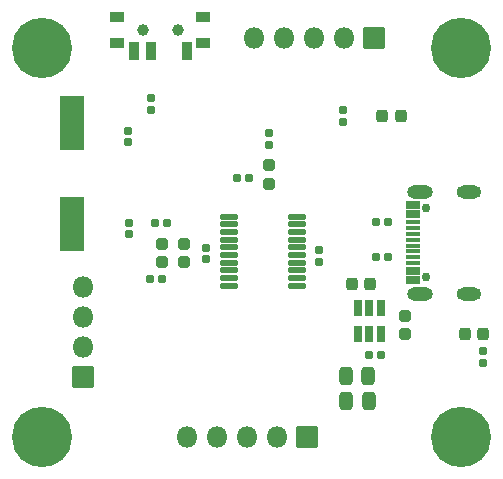
<source format=gbr>
%TF.GenerationSoftware,KiCad,Pcbnew,7.0.5*%
%TF.CreationDate,2023-06-10T20:52:47-07:00*%
%TF.ProjectId,st-breakout,73742d62-7265-4616-9b6f-75742e6b6963,rev?*%
%TF.SameCoordinates,Original*%
%TF.FileFunction,Soldermask,Top*%
%TF.FilePolarity,Negative*%
%FSLAX46Y46*%
G04 Gerber Fmt 4.6, Leading zero omitted, Abs format (unit mm)*
G04 Created by KiCad (PCBNEW 7.0.5) date 2023-06-10 20:52:47*
%MOMM*%
%LPD*%
G01*
G04 APERTURE LIST*
G04 Aperture macros list*
%AMRoundRect*
0 Rectangle with rounded corners*
0 $1 Rounding radius*
0 $2 $3 $4 $5 $6 $7 $8 $9 X,Y pos of 4 corners*
0 Add a 4 corners polygon primitive as box body*
4,1,4,$2,$3,$4,$5,$6,$7,$8,$9,$2,$3,0*
0 Add four circle primitives for the rounded corners*
1,1,$1+$1,$2,$3*
1,1,$1+$1,$4,$5*
1,1,$1+$1,$6,$7*
1,1,$1+$1,$8,$9*
0 Add four rect primitives between the rounded corners*
20,1,$1+$1,$2,$3,$4,$5,0*
20,1,$1+$1,$4,$5,$6,$7,0*
20,1,$1+$1,$6,$7,$8,$9,0*
20,1,$1+$1,$8,$9,$2,$3,0*%
G04 Aperture macros list end*
%ADD10RoundRect,0.050800X0.500000X0.400000X-0.500000X0.400000X-0.500000X-0.400000X0.500000X-0.400000X0*%
%ADD11C,1.001600*%
%ADD12RoundRect,0.050800X0.350000X0.750000X-0.350000X0.750000X-0.350000X-0.750000X0.350000X-0.750000X0*%
%ADD13O,2.101600X1.101600*%
%ADD14O,2.201600X1.151600*%
%ADD15C,0.751600*%
%ADD16RoundRect,0.050800X0.575000X-0.300000X0.575000X0.300000X-0.575000X0.300000X-0.575000X-0.300000X0*%
%ADD17RoundRect,0.050800X0.575000X-0.150000X0.575000X0.150000X-0.575000X0.150000X-0.575000X-0.150000X0*%
%ADD18C,5.101600*%
%ADD19RoundRect,0.185800X-0.135000X-0.185000X0.135000X-0.185000X0.135000X0.185000X-0.135000X0.185000X0*%
%ADD20RoundRect,0.275800X0.225000X0.250000X-0.225000X0.250000X-0.225000X-0.250000X0.225000X-0.250000X0*%
%ADD21RoundRect,0.050800X-0.850000X0.850000X-0.850000X-0.850000X0.850000X-0.850000X0.850000X0.850000X0*%
%ADD22O,1.801600X1.801600*%
%ADD23RoundRect,0.190800X0.170000X-0.140000X0.170000X0.140000X-0.170000X0.140000X-0.170000X-0.140000X0*%
%ADD24RoundRect,0.269550X0.256250X-0.218750X0.256250X0.218750X-0.256250X0.218750X-0.256250X-0.218750X0*%
%ADD25RoundRect,0.050800X-1.000000X2.250000X-1.000000X-2.250000X1.000000X-2.250000X1.000000X2.250000X0*%
%ADD26RoundRect,0.190800X-0.170000X0.140000X-0.170000X-0.140000X0.170000X-0.140000X0.170000X0.140000X0*%
%ADD27RoundRect,0.185800X0.185000X-0.135000X0.185000X0.135000X-0.185000X0.135000X-0.185000X-0.135000X0*%
%ADD28RoundRect,0.190800X-0.140000X-0.170000X0.140000X-0.170000X0.140000X0.170000X-0.140000X0.170000X0*%
%ADD29RoundRect,0.190800X0.140000X0.170000X-0.140000X0.170000X-0.140000X-0.170000X0.140000X-0.170000X0*%
%ADD30RoundRect,0.269550X0.218750X0.256250X-0.218750X0.256250X-0.218750X-0.256250X0.218750X-0.256250X0*%
%ADD31RoundRect,0.275800X-0.250000X0.225000X-0.250000X-0.225000X0.250000X-0.225000X0.250000X0.225000X0*%
%ADD32RoundRect,0.185800X0.135000X0.185000X-0.135000X0.185000X-0.135000X-0.185000X0.135000X-0.185000X0*%
%ADD33RoundRect,0.300800X0.250000X0.475000X-0.250000X0.475000X-0.250000X-0.475000X0.250000X-0.475000X0*%
%ADD34RoundRect,0.150800X-0.637500X-0.100000X0.637500X-0.100000X0.637500X0.100000X-0.637500X0.100000X0*%
%ADD35RoundRect,0.200800X-0.150000X0.512500X-0.150000X-0.512500X0.150000X-0.512500X0.150000X0.512500X0*%
%ADD36RoundRect,0.269550X-0.256250X0.218750X-0.256250X-0.218750X0.256250X-0.218750X0.256250X0.218750X0*%
%ADD37RoundRect,0.185800X-0.185000X0.135000X-0.185000X-0.135000X0.185000X-0.135000X0.185000X0.135000X0*%
%ADD38RoundRect,0.275800X-0.225000X-0.250000X0.225000X-0.250000X0.225000X0.250000X-0.225000X0.250000X0*%
%ADD39RoundRect,0.050800X0.850000X0.850000X-0.850000X0.850000X-0.850000X-0.850000X0.850000X-0.850000X0*%
G04 APERTURE END LIST*
D10*
%TO.C,SW1*%
X131400000Y-77610000D03*
X131400000Y-75400000D03*
D11*
X129250000Y-76500000D03*
X126250000Y-76500000D03*
D10*
X124100000Y-77610000D03*
X124100000Y-75400000D03*
D12*
X130000000Y-78260000D03*
X127000000Y-78260000D03*
X125500000Y-78260000D03*
%TD*%
D13*
%TO.C,J5*%
X153900000Y-98820000D03*
X153900000Y-90180000D03*
D14*
X149720000Y-98820000D03*
X149720000Y-90180000D03*
D15*
X150220000Y-91610000D03*
X150220000Y-97390000D03*
D16*
X149145000Y-97700000D03*
X149145000Y-91300000D03*
X149145000Y-96900000D03*
X149145000Y-92100000D03*
D17*
X149145000Y-94250000D03*
X149145000Y-94750000D03*
X149145000Y-93750000D03*
X149145000Y-93250000D03*
X149145000Y-92750000D03*
X149145000Y-95250000D03*
X149145000Y-95750000D03*
X149145000Y-96250000D03*
%TD*%
D18*
%TO.C,H2*%
X153250000Y-78000000D03*
%TD*%
D19*
%TO.C,R5*%
X146055000Y-95750000D03*
X147075000Y-95750000D03*
%TD*%
D20*
%TO.C,C2*%
X145525000Y-98025000D03*
X143975000Y-98025000D03*
%TD*%
D21*
%TO.C,J2*%
X145830000Y-77200000D03*
D22*
X143290000Y-77200000D03*
X140750000Y-77200000D03*
X138210000Y-77200000D03*
X135670000Y-77200000D03*
%TD*%
D18*
%TO.C,H1*%
X117750000Y-78000000D03*
%TD*%
D23*
%TO.C,C11*%
X125000000Y-86000000D03*
X125000000Y-85040000D03*
%TD*%
D24*
%TO.C,L1*%
X148500000Y-102250000D03*
X148500000Y-100675000D03*
%TD*%
D25*
%TO.C,Y1*%
X120300000Y-84400000D03*
X120300000Y-92900000D03*
%TD*%
D26*
%TO.C,C12*%
X125100000Y-92800000D03*
X125100000Y-93760000D03*
%TD*%
D27*
%TO.C,R4*%
X143250000Y-84320000D03*
X143250000Y-83300000D03*
%TD*%
%TO.C,R3*%
X127000000Y-83300000D03*
X127000000Y-82280000D03*
%TD*%
D28*
%TO.C,C7*%
X145440000Y-104000000D03*
X146400000Y-104000000D03*
%TD*%
D21*
%TO.C,J1*%
X140160000Y-111000000D03*
D22*
X137620000Y-111000000D03*
X135080000Y-111000000D03*
X132540000Y-111000000D03*
X130000000Y-111000000D03*
%TD*%
D18*
%TO.C,H4*%
X117750000Y-111000000D03*
%TD*%
D29*
%TO.C,C9*%
X127860000Y-97600000D03*
X126900000Y-97600000D03*
%TD*%
D30*
%TO.C,D2*%
X155100000Y-102250000D03*
X153525000Y-102250000D03*
%TD*%
D31*
%TO.C,C5*%
X129800000Y-94600000D03*
X129800000Y-96150000D03*
%TD*%
D32*
%TO.C,R7*%
X128300000Y-92800000D03*
X127280000Y-92800000D03*
%TD*%
D33*
%TO.C,C8*%
X145375000Y-105800000D03*
X143475000Y-105800000D03*
%TD*%
D34*
%TO.C,U2*%
X133575000Y-92310000D03*
X133575000Y-92960000D03*
X133575000Y-93610000D03*
X133575000Y-94260000D03*
X133575000Y-94910000D03*
X133575000Y-95560000D03*
X133575000Y-96210000D03*
X133575000Y-96860000D03*
X133575000Y-97510000D03*
X133575000Y-98160000D03*
X139300000Y-98160000D03*
X139300000Y-97510000D03*
X139300000Y-96860000D03*
X139300000Y-96210000D03*
X139300000Y-95560000D03*
X139300000Y-94910000D03*
X139300000Y-94260000D03*
X139300000Y-93610000D03*
X139300000Y-92960000D03*
X139300000Y-92310000D03*
%TD*%
D27*
%TO.C,R1*%
X137000000Y-86250000D03*
X137000000Y-85230000D03*
%TD*%
D35*
%TO.C,U1*%
X146400000Y-100000000D03*
X145450000Y-100000000D03*
X144500000Y-100000000D03*
X144500000Y-102275000D03*
X145450000Y-102275000D03*
X146400000Y-102275000D03*
%TD*%
D36*
%TO.C,FB1*%
X127879500Y-94600000D03*
X127879500Y-96175000D03*
%TD*%
D37*
%TO.C,R2*%
X155100000Y-103650000D03*
X155100000Y-104670000D03*
%TD*%
D26*
%TO.C,C4*%
X141150000Y-95150000D03*
X141150000Y-96110000D03*
%TD*%
D38*
%TO.C,C3*%
X146550000Y-83800000D03*
X148100000Y-83800000D03*
%TD*%
D18*
%TO.C,H3*%
X153250000Y-111000000D03*
%TD*%
D29*
%TO.C,C1*%
X135250000Y-89060000D03*
X134290000Y-89060000D03*
%TD*%
D19*
%TO.C,R6*%
X146030000Y-92725000D03*
X147050000Y-92725000D03*
%TD*%
D39*
%TO.C,J4*%
X121200000Y-105900000D03*
D22*
X121200000Y-103360000D03*
X121200000Y-100820000D03*
X121200000Y-98280000D03*
%TD*%
D36*
%TO.C,D1*%
X137000000Y-87925000D03*
X137000000Y-89500000D03*
%TD*%
D26*
%TO.C,C6*%
X131629500Y-94946000D03*
X131629500Y-95906000D03*
%TD*%
D33*
%TO.C,C10*%
X143500000Y-107950000D03*
X145400000Y-107950000D03*
%TD*%
M02*

</source>
